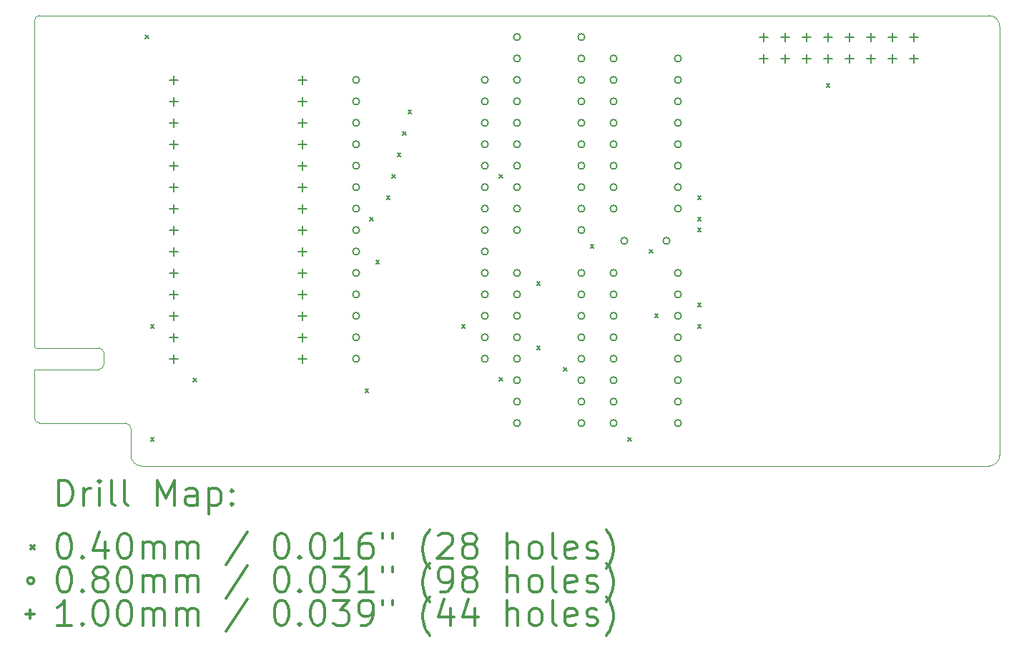
<source format=gbr>
%FSLAX45Y45*%
G04 Gerber Fmt 4.5, Leading zero omitted, Abs format (unit mm)*
G04 Created by KiCad (PCBNEW (5.1.2-1)-1) date 2023-07-30 19:28:52*
%MOMM*%
%LPD*%
G04 APERTURE LIST*
%ADD10C,0.050000*%
%ADD11C,0.200000*%
%ADD12C,0.300000*%
G04 APERTURE END LIST*
D10*
X5207000Y-11709400D02*
G75*
G02X5232400Y-11684000I25400J0D01*
G01*
X5232400Y-11430000D02*
G75*
G02X5207000Y-11404600I0J25400D01*
G01*
X6032500Y-11620500D02*
X6032500Y-11493500D01*
X6032500Y-11620500D02*
G75*
G02X5969000Y-11684000I-63500J0D01*
G01*
X5969000Y-11430000D02*
G75*
G02X6032500Y-11493500I0J-63500D01*
G01*
X5270500Y-12319000D02*
X6286500Y-12319000D01*
X5270500Y-12319000D02*
G75*
G02X5207000Y-12255500I0J63500D01*
G01*
X5207000Y-11709400D02*
X5207000Y-12255500D01*
X5969000Y-11684000D02*
X5232400Y-11684000D01*
X5232400Y-11430000D02*
X5969000Y-11430000D01*
X5207000Y-7556500D02*
X5207000Y-11404600D01*
X5207000Y-7556500D02*
G75*
G02X5270500Y-7493000I63500J0D01*
G01*
X6096000Y-7493000D02*
X5270500Y-7493000D01*
X16637000Y-12700000D02*
G75*
G02X16510000Y-12827000I-127000J0D01*
G01*
X16637000Y-12700000D02*
X16637000Y-7620000D01*
X6477000Y-12827000D02*
X16510000Y-12827000D01*
X6477000Y-12827000D02*
G75*
G02X6350000Y-12700000I0J127000D01*
G01*
X6350000Y-12382500D02*
X6350000Y-12700000D01*
X6286500Y-12319000D02*
G75*
G02X6350000Y-12382500I0J-63500D01*
G01*
X16510000Y-7493000D02*
G75*
G02X16637000Y-7620000I0J-127000D01*
G01*
X6096000Y-7493000D02*
X16510000Y-7493000D01*
D11*
X6520500Y-7727000D02*
X6560500Y-7767000D01*
X6560500Y-7727000D02*
X6520500Y-7767000D01*
X6584000Y-11156000D02*
X6624000Y-11196000D01*
X6624000Y-11156000D02*
X6584000Y-11196000D01*
X6584000Y-12489500D02*
X6624000Y-12529500D01*
X6624000Y-12489500D02*
X6584000Y-12529500D01*
X7090000Y-11789000D02*
X7130000Y-11829000D01*
X7130000Y-11789000D02*
X7090000Y-11829000D01*
X9124000Y-11918000D02*
X9164000Y-11958000D01*
X9164000Y-11918000D02*
X9124000Y-11958000D01*
X9178500Y-9886000D02*
X9218500Y-9926000D01*
X9218500Y-9886000D02*
X9178500Y-9926000D01*
X9251000Y-10394000D02*
X9291000Y-10434000D01*
X9291000Y-10394000D02*
X9251000Y-10434000D01*
X9378000Y-9632000D02*
X9418000Y-9672000D01*
X9418000Y-9632000D02*
X9378000Y-9672000D01*
X9441500Y-9378000D02*
X9481500Y-9418000D01*
X9481500Y-9378000D02*
X9441500Y-9418000D01*
X9505000Y-9124000D02*
X9545000Y-9164000D01*
X9545000Y-9124000D02*
X9505000Y-9164000D01*
X9568500Y-8870000D02*
X9608500Y-8910000D01*
X9608500Y-8870000D02*
X9568500Y-8910000D01*
X9632000Y-8616000D02*
X9672000Y-8656000D01*
X9672000Y-8616000D02*
X9632000Y-8656000D01*
X10267000Y-11156000D02*
X10307000Y-11196000D01*
X10307000Y-11156000D02*
X10267000Y-11196000D01*
X10711500Y-9378000D02*
X10751500Y-9418000D01*
X10751500Y-9378000D02*
X10711500Y-9418000D01*
X10711500Y-11782000D02*
X10751500Y-11822000D01*
X10751500Y-11782000D02*
X10711500Y-11822000D01*
X11156000Y-10648000D02*
X11196000Y-10688000D01*
X11196000Y-10648000D02*
X11156000Y-10688000D01*
X11156000Y-11410000D02*
X11196000Y-11450000D01*
X11196000Y-11410000D02*
X11156000Y-11450000D01*
X11473500Y-11664000D02*
X11513500Y-11704000D01*
X11513500Y-11664000D02*
X11473500Y-11704000D01*
X11791000Y-10203500D02*
X11831000Y-10243500D01*
X11831000Y-10203500D02*
X11791000Y-10243500D01*
X12235500Y-12489500D02*
X12275500Y-12529500D01*
X12275500Y-12489500D02*
X12235500Y-12529500D01*
X12489500Y-10267000D02*
X12529500Y-10307000D01*
X12529500Y-10267000D02*
X12489500Y-10307000D01*
X12553000Y-11029000D02*
X12593000Y-11069000D01*
X12593000Y-11029000D02*
X12553000Y-11069000D01*
X13061000Y-9632000D02*
X13101000Y-9672000D01*
X13101000Y-9632000D02*
X13061000Y-9672000D01*
X13061000Y-9886000D02*
X13101000Y-9926000D01*
X13101000Y-9886000D02*
X13061000Y-9926000D01*
X13061000Y-10013000D02*
X13101000Y-10053000D01*
X13101000Y-10013000D02*
X13061000Y-10053000D01*
X13061000Y-10902000D02*
X13101000Y-10942000D01*
X13101000Y-10902000D02*
X13061000Y-10942000D01*
X13061000Y-11156000D02*
X13101000Y-11196000D01*
X13101000Y-11156000D02*
X13061000Y-11196000D01*
X14585000Y-8298500D02*
X14625000Y-8338500D01*
X14625000Y-8298500D02*
X14585000Y-8338500D01*
X12105000Y-10541000D02*
G75*
G03X12105000Y-10541000I-40000J0D01*
G01*
X12105000Y-10795000D02*
G75*
G03X12105000Y-10795000I-40000J0D01*
G01*
X12105000Y-11049000D02*
G75*
G03X12105000Y-11049000I-40000J0D01*
G01*
X12105000Y-11303000D02*
G75*
G03X12105000Y-11303000I-40000J0D01*
G01*
X12105000Y-11557000D02*
G75*
G03X12105000Y-11557000I-40000J0D01*
G01*
X12105000Y-11811000D02*
G75*
G03X12105000Y-11811000I-40000J0D01*
G01*
X12105000Y-12065000D02*
G75*
G03X12105000Y-12065000I-40000J0D01*
G01*
X12105000Y-12319000D02*
G75*
G03X12105000Y-12319000I-40000J0D01*
G01*
X12867000Y-10541000D02*
G75*
G03X12867000Y-10541000I-40000J0D01*
G01*
X12867000Y-10795000D02*
G75*
G03X12867000Y-10795000I-40000J0D01*
G01*
X12867000Y-11049000D02*
G75*
G03X12867000Y-11049000I-40000J0D01*
G01*
X12867000Y-11303000D02*
G75*
G03X12867000Y-11303000I-40000J0D01*
G01*
X12867000Y-11557000D02*
G75*
G03X12867000Y-11557000I-40000J0D01*
G01*
X12867000Y-11811000D02*
G75*
G03X12867000Y-11811000I-40000J0D01*
G01*
X12867000Y-12065000D02*
G75*
G03X12867000Y-12065000I-40000J0D01*
G01*
X12867000Y-12319000D02*
G75*
G03X12867000Y-12319000I-40000J0D01*
G01*
X10962000Y-10541000D02*
G75*
G03X10962000Y-10541000I-40000J0D01*
G01*
X10962000Y-10795000D02*
G75*
G03X10962000Y-10795000I-40000J0D01*
G01*
X10962000Y-11049000D02*
G75*
G03X10962000Y-11049000I-40000J0D01*
G01*
X10962000Y-11303000D02*
G75*
G03X10962000Y-11303000I-40000J0D01*
G01*
X10962000Y-11557000D02*
G75*
G03X10962000Y-11557000I-40000J0D01*
G01*
X10962000Y-11811000D02*
G75*
G03X10962000Y-11811000I-40000J0D01*
G01*
X10962000Y-12065000D02*
G75*
G03X10962000Y-12065000I-40000J0D01*
G01*
X10962000Y-12319000D02*
G75*
G03X10962000Y-12319000I-40000J0D01*
G01*
X11724000Y-10541000D02*
G75*
G03X11724000Y-10541000I-40000J0D01*
G01*
X11724000Y-10795000D02*
G75*
G03X11724000Y-10795000I-40000J0D01*
G01*
X11724000Y-11049000D02*
G75*
G03X11724000Y-11049000I-40000J0D01*
G01*
X11724000Y-11303000D02*
G75*
G03X11724000Y-11303000I-40000J0D01*
G01*
X11724000Y-11557000D02*
G75*
G03X11724000Y-11557000I-40000J0D01*
G01*
X11724000Y-11811000D02*
G75*
G03X11724000Y-11811000I-40000J0D01*
G01*
X11724000Y-12065000D02*
G75*
G03X11724000Y-12065000I-40000J0D01*
G01*
X11724000Y-12319000D02*
G75*
G03X11724000Y-12319000I-40000J0D01*
G01*
X12232000Y-10160000D02*
G75*
G03X12232000Y-10160000I-40000J0D01*
G01*
X12732000Y-10160000D02*
G75*
G03X12732000Y-10160000I-40000J0D01*
G01*
X9057000Y-8255000D02*
G75*
G03X9057000Y-8255000I-40000J0D01*
G01*
X9057000Y-8509000D02*
G75*
G03X9057000Y-8509000I-40000J0D01*
G01*
X9057000Y-8763000D02*
G75*
G03X9057000Y-8763000I-40000J0D01*
G01*
X9057000Y-9017000D02*
G75*
G03X9057000Y-9017000I-40000J0D01*
G01*
X9057000Y-9271000D02*
G75*
G03X9057000Y-9271000I-40000J0D01*
G01*
X9057000Y-9525000D02*
G75*
G03X9057000Y-9525000I-40000J0D01*
G01*
X9057000Y-9779000D02*
G75*
G03X9057000Y-9779000I-40000J0D01*
G01*
X9057000Y-10033000D02*
G75*
G03X9057000Y-10033000I-40000J0D01*
G01*
X9057000Y-10287000D02*
G75*
G03X9057000Y-10287000I-40000J0D01*
G01*
X9057000Y-10541000D02*
G75*
G03X9057000Y-10541000I-40000J0D01*
G01*
X9057000Y-10795000D02*
G75*
G03X9057000Y-10795000I-40000J0D01*
G01*
X9057000Y-11049000D02*
G75*
G03X9057000Y-11049000I-40000J0D01*
G01*
X9057000Y-11303000D02*
G75*
G03X9057000Y-11303000I-40000J0D01*
G01*
X9057000Y-11557000D02*
G75*
G03X9057000Y-11557000I-40000J0D01*
G01*
X10581000Y-8255000D02*
G75*
G03X10581000Y-8255000I-40000J0D01*
G01*
X10581000Y-8509000D02*
G75*
G03X10581000Y-8509000I-40000J0D01*
G01*
X10581000Y-8763000D02*
G75*
G03X10581000Y-8763000I-40000J0D01*
G01*
X10581000Y-9017000D02*
G75*
G03X10581000Y-9017000I-40000J0D01*
G01*
X10581000Y-9271000D02*
G75*
G03X10581000Y-9271000I-40000J0D01*
G01*
X10581000Y-9525000D02*
G75*
G03X10581000Y-9525000I-40000J0D01*
G01*
X10581000Y-9779000D02*
G75*
G03X10581000Y-9779000I-40000J0D01*
G01*
X10581000Y-10033000D02*
G75*
G03X10581000Y-10033000I-40000J0D01*
G01*
X10581000Y-10287000D02*
G75*
G03X10581000Y-10287000I-40000J0D01*
G01*
X10581000Y-10541000D02*
G75*
G03X10581000Y-10541000I-40000J0D01*
G01*
X10581000Y-10795000D02*
G75*
G03X10581000Y-10795000I-40000J0D01*
G01*
X10581000Y-11049000D02*
G75*
G03X10581000Y-11049000I-40000J0D01*
G01*
X10581000Y-11303000D02*
G75*
G03X10581000Y-11303000I-40000J0D01*
G01*
X10581000Y-11557000D02*
G75*
G03X10581000Y-11557000I-40000J0D01*
G01*
X12105000Y-8001000D02*
G75*
G03X12105000Y-8001000I-40000J0D01*
G01*
X12105000Y-8255000D02*
G75*
G03X12105000Y-8255000I-40000J0D01*
G01*
X12105000Y-8509000D02*
G75*
G03X12105000Y-8509000I-40000J0D01*
G01*
X12105000Y-8763000D02*
G75*
G03X12105000Y-8763000I-40000J0D01*
G01*
X12105000Y-9017000D02*
G75*
G03X12105000Y-9017000I-40000J0D01*
G01*
X12105000Y-9271000D02*
G75*
G03X12105000Y-9271000I-40000J0D01*
G01*
X12105000Y-9525000D02*
G75*
G03X12105000Y-9525000I-40000J0D01*
G01*
X12105000Y-9779000D02*
G75*
G03X12105000Y-9779000I-40000J0D01*
G01*
X12867000Y-8001000D02*
G75*
G03X12867000Y-8001000I-40000J0D01*
G01*
X12867000Y-8255000D02*
G75*
G03X12867000Y-8255000I-40000J0D01*
G01*
X12867000Y-8509000D02*
G75*
G03X12867000Y-8509000I-40000J0D01*
G01*
X12867000Y-8763000D02*
G75*
G03X12867000Y-8763000I-40000J0D01*
G01*
X12867000Y-9017000D02*
G75*
G03X12867000Y-9017000I-40000J0D01*
G01*
X12867000Y-9271000D02*
G75*
G03X12867000Y-9271000I-40000J0D01*
G01*
X12867000Y-9525000D02*
G75*
G03X12867000Y-9525000I-40000J0D01*
G01*
X12867000Y-9779000D02*
G75*
G03X12867000Y-9779000I-40000J0D01*
G01*
X10962000Y-7747000D02*
G75*
G03X10962000Y-7747000I-40000J0D01*
G01*
X10962000Y-8001000D02*
G75*
G03X10962000Y-8001000I-40000J0D01*
G01*
X10962000Y-8255000D02*
G75*
G03X10962000Y-8255000I-40000J0D01*
G01*
X10962000Y-8509000D02*
G75*
G03X10962000Y-8509000I-40000J0D01*
G01*
X10962000Y-8763000D02*
G75*
G03X10962000Y-8763000I-40000J0D01*
G01*
X10962000Y-9017000D02*
G75*
G03X10962000Y-9017000I-40000J0D01*
G01*
X10962000Y-9271000D02*
G75*
G03X10962000Y-9271000I-40000J0D01*
G01*
X10962000Y-9525000D02*
G75*
G03X10962000Y-9525000I-40000J0D01*
G01*
X10962000Y-9779000D02*
G75*
G03X10962000Y-9779000I-40000J0D01*
G01*
X10962000Y-10033000D02*
G75*
G03X10962000Y-10033000I-40000J0D01*
G01*
X11724000Y-7747000D02*
G75*
G03X11724000Y-7747000I-40000J0D01*
G01*
X11724000Y-8001000D02*
G75*
G03X11724000Y-8001000I-40000J0D01*
G01*
X11724000Y-8255000D02*
G75*
G03X11724000Y-8255000I-40000J0D01*
G01*
X11724000Y-8509000D02*
G75*
G03X11724000Y-8509000I-40000J0D01*
G01*
X11724000Y-8763000D02*
G75*
G03X11724000Y-8763000I-40000J0D01*
G01*
X11724000Y-9017000D02*
G75*
G03X11724000Y-9017000I-40000J0D01*
G01*
X11724000Y-9271000D02*
G75*
G03X11724000Y-9271000I-40000J0D01*
G01*
X11724000Y-9525000D02*
G75*
G03X11724000Y-9525000I-40000J0D01*
G01*
X11724000Y-9779000D02*
G75*
G03X11724000Y-9779000I-40000J0D01*
G01*
X11724000Y-10033000D02*
G75*
G03X11724000Y-10033000I-40000J0D01*
G01*
X13843000Y-7697000D02*
X13843000Y-7797000D01*
X13793000Y-7747000D02*
X13893000Y-7747000D01*
X13843000Y-7951000D02*
X13843000Y-8051000D01*
X13793000Y-8001000D02*
X13893000Y-8001000D01*
X14097000Y-7697000D02*
X14097000Y-7797000D01*
X14047000Y-7747000D02*
X14147000Y-7747000D01*
X14097000Y-7951000D02*
X14097000Y-8051000D01*
X14047000Y-8001000D02*
X14147000Y-8001000D01*
X14351000Y-7697000D02*
X14351000Y-7797000D01*
X14301000Y-7747000D02*
X14401000Y-7747000D01*
X14351000Y-7951000D02*
X14351000Y-8051000D01*
X14301000Y-8001000D02*
X14401000Y-8001000D01*
X14605000Y-7697000D02*
X14605000Y-7797000D01*
X14555000Y-7747000D02*
X14655000Y-7747000D01*
X14605000Y-7951000D02*
X14605000Y-8051000D01*
X14555000Y-8001000D02*
X14655000Y-8001000D01*
X14859000Y-7697000D02*
X14859000Y-7797000D01*
X14809000Y-7747000D02*
X14909000Y-7747000D01*
X14859000Y-7951000D02*
X14859000Y-8051000D01*
X14809000Y-8001000D02*
X14909000Y-8001000D01*
X15113000Y-7697000D02*
X15113000Y-7797000D01*
X15063000Y-7747000D02*
X15163000Y-7747000D01*
X15113000Y-7951000D02*
X15113000Y-8051000D01*
X15063000Y-8001000D02*
X15163000Y-8001000D01*
X15367000Y-7697000D02*
X15367000Y-7797000D01*
X15317000Y-7747000D02*
X15417000Y-7747000D01*
X15367000Y-7951000D02*
X15367000Y-8051000D01*
X15317000Y-8001000D02*
X15417000Y-8001000D01*
X15621000Y-7697000D02*
X15621000Y-7797000D01*
X15571000Y-7747000D02*
X15671000Y-7747000D01*
X15621000Y-7951000D02*
X15621000Y-8051000D01*
X15571000Y-8001000D02*
X15671000Y-8001000D01*
X6858000Y-8205000D02*
X6858000Y-8305000D01*
X6808000Y-8255000D02*
X6908000Y-8255000D01*
X6858000Y-8459000D02*
X6858000Y-8559000D01*
X6808000Y-8509000D02*
X6908000Y-8509000D01*
X6858000Y-8713000D02*
X6858000Y-8813000D01*
X6808000Y-8763000D02*
X6908000Y-8763000D01*
X6858000Y-8967000D02*
X6858000Y-9067000D01*
X6808000Y-9017000D02*
X6908000Y-9017000D01*
X6858000Y-9221000D02*
X6858000Y-9321000D01*
X6808000Y-9271000D02*
X6908000Y-9271000D01*
X6858000Y-9475000D02*
X6858000Y-9575000D01*
X6808000Y-9525000D02*
X6908000Y-9525000D01*
X6858000Y-9729000D02*
X6858000Y-9829000D01*
X6808000Y-9779000D02*
X6908000Y-9779000D01*
X6858000Y-9983000D02*
X6858000Y-10083000D01*
X6808000Y-10033000D02*
X6908000Y-10033000D01*
X6858000Y-10237000D02*
X6858000Y-10337000D01*
X6808000Y-10287000D02*
X6908000Y-10287000D01*
X6858000Y-10491000D02*
X6858000Y-10591000D01*
X6808000Y-10541000D02*
X6908000Y-10541000D01*
X6858000Y-10745000D02*
X6858000Y-10845000D01*
X6808000Y-10795000D02*
X6908000Y-10795000D01*
X6858000Y-10999000D02*
X6858000Y-11099000D01*
X6808000Y-11049000D02*
X6908000Y-11049000D01*
X6858000Y-11253000D02*
X6858000Y-11353000D01*
X6808000Y-11303000D02*
X6908000Y-11303000D01*
X6858000Y-11507000D02*
X6858000Y-11607000D01*
X6808000Y-11557000D02*
X6908000Y-11557000D01*
X8382000Y-8205000D02*
X8382000Y-8305000D01*
X8332000Y-8255000D02*
X8432000Y-8255000D01*
X8382000Y-8459000D02*
X8382000Y-8559000D01*
X8332000Y-8509000D02*
X8432000Y-8509000D01*
X8382000Y-8713000D02*
X8382000Y-8813000D01*
X8332000Y-8763000D02*
X8432000Y-8763000D01*
X8382000Y-8967000D02*
X8382000Y-9067000D01*
X8332000Y-9017000D02*
X8432000Y-9017000D01*
X8382000Y-9221000D02*
X8382000Y-9321000D01*
X8332000Y-9271000D02*
X8432000Y-9271000D01*
X8382000Y-9475000D02*
X8382000Y-9575000D01*
X8332000Y-9525000D02*
X8432000Y-9525000D01*
X8382000Y-9729000D02*
X8382000Y-9829000D01*
X8332000Y-9779000D02*
X8432000Y-9779000D01*
X8382000Y-9983000D02*
X8382000Y-10083000D01*
X8332000Y-10033000D02*
X8432000Y-10033000D01*
X8382000Y-10237000D02*
X8382000Y-10337000D01*
X8332000Y-10287000D02*
X8432000Y-10287000D01*
X8382000Y-10491000D02*
X8382000Y-10591000D01*
X8332000Y-10541000D02*
X8432000Y-10541000D01*
X8382000Y-10745000D02*
X8382000Y-10845000D01*
X8332000Y-10795000D02*
X8432000Y-10795000D01*
X8382000Y-10999000D02*
X8382000Y-11099000D01*
X8332000Y-11049000D02*
X8432000Y-11049000D01*
X8382000Y-11253000D02*
X8382000Y-11353000D01*
X8332000Y-11303000D02*
X8432000Y-11303000D01*
X8382000Y-11507000D02*
X8382000Y-11607000D01*
X8332000Y-11557000D02*
X8432000Y-11557000D01*
D12*
X5490928Y-13295214D02*
X5490928Y-12995214D01*
X5562357Y-12995214D01*
X5605214Y-13009500D01*
X5633786Y-13038071D01*
X5648071Y-13066643D01*
X5662357Y-13123786D01*
X5662357Y-13166643D01*
X5648071Y-13223786D01*
X5633786Y-13252357D01*
X5605214Y-13280929D01*
X5562357Y-13295214D01*
X5490928Y-13295214D01*
X5790928Y-13295214D02*
X5790928Y-13095214D01*
X5790928Y-13152357D02*
X5805214Y-13123786D01*
X5819500Y-13109500D01*
X5848071Y-13095214D01*
X5876643Y-13095214D01*
X5976643Y-13295214D02*
X5976643Y-13095214D01*
X5976643Y-12995214D02*
X5962357Y-13009500D01*
X5976643Y-13023786D01*
X5990928Y-13009500D01*
X5976643Y-12995214D01*
X5976643Y-13023786D01*
X6162357Y-13295214D02*
X6133786Y-13280929D01*
X6119500Y-13252357D01*
X6119500Y-12995214D01*
X6319500Y-13295214D02*
X6290928Y-13280929D01*
X6276643Y-13252357D01*
X6276643Y-12995214D01*
X6662357Y-13295214D02*
X6662357Y-12995214D01*
X6762357Y-13209500D01*
X6862357Y-12995214D01*
X6862357Y-13295214D01*
X7133786Y-13295214D02*
X7133786Y-13138071D01*
X7119500Y-13109500D01*
X7090928Y-13095214D01*
X7033786Y-13095214D01*
X7005214Y-13109500D01*
X7133786Y-13280929D02*
X7105214Y-13295214D01*
X7033786Y-13295214D01*
X7005214Y-13280929D01*
X6990928Y-13252357D01*
X6990928Y-13223786D01*
X7005214Y-13195214D01*
X7033786Y-13180929D01*
X7105214Y-13180929D01*
X7133786Y-13166643D01*
X7276643Y-13095214D02*
X7276643Y-13395214D01*
X7276643Y-13109500D02*
X7305214Y-13095214D01*
X7362357Y-13095214D01*
X7390928Y-13109500D01*
X7405214Y-13123786D01*
X7419500Y-13152357D01*
X7419500Y-13238071D01*
X7405214Y-13266643D01*
X7390928Y-13280929D01*
X7362357Y-13295214D01*
X7305214Y-13295214D01*
X7276643Y-13280929D01*
X7548071Y-13266643D02*
X7562357Y-13280929D01*
X7548071Y-13295214D01*
X7533786Y-13280929D01*
X7548071Y-13266643D01*
X7548071Y-13295214D01*
X7548071Y-13109500D02*
X7562357Y-13123786D01*
X7548071Y-13138071D01*
X7533786Y-13123786D01*
X7548071Y-13109500D01*
X7548071Y-13138071D01*
X5164500Y-13769500D02*
X5204500Y-13809500D01*
X5204500Y-13769500D02*
X5164500Y-13809500D01*
X5548071Y-13625214D02*
X5576643Y-13625214D01*
X5605214Y-13639500D01*
X5619500Y-13653786D01*
X5633786Y-13682357D01*
X5648071Y-13739500D01*
X5648071Y-13810929D01*
X5633786Y-13868071D01*
X5619500Y-13896643D01*
X5605214Y-13910929D01*
X5576643Y-13925214D01*
X5548071Y-13925214D01*
X5519500Y-13910929D01*
X5505214Y-13896643D01*
X5490928Y-13868071D01*
X5476643Y-13810929D01*
X5476643Y-13739500D01*
X5490928Y-13682357D01*
X5505214Y-13653786D01*
X5519500Y-13639500D01*
X5548071Y-13625214D01*
X5776643Y-13896643D02*
X5790928Y-13910929D01*
X5776643Y-13925214D01*
X5762357Y-13910929D01*
X5776643Y-13896643D01*
X5776643Y-13925214D01*
X6048071Y-13725214D02*
X6048071Y-13925214D01*
X5976643Y-13610929D02*
X5905214Y-13825214D01*
X6090928Y-13825214D01*
X6262357Y-13625214D02*
X6290928Y-13625214D01*
X6319500Y-13639500D01*
X6333786Y-13653786D01*
X6348071Y-13682357D01*
X6362357Y-13739500D01*
X6362357Y-13810929D01*
X6348071Y-13868071D01*
X6333786Y-13896643D01*
X6319500Y-13910929D01*
X6290928Y-13925214D01*
X6262357Y-13925214D01*
X6233786Y-13910929D01*
X6219500Y-13896643D01*
X6205214Y-13868071D01*
X6190928Y-13810929D01*
X6190928Y-13739500D01*
X6205214Y-13682357D01*
X6219500Y-13653786D01*
X6233786Y-13639500D01*
X6262357Y-13625214D01*
X6490928Y-13925214D02*
X6490928Y-13725214D01*
X6490928Y-13753786D02*
X6505214Y-13739500D01*
X6533786Y-13725214D01*
X6576643Y-13725214D01*
X6605214Y-13739500D01*
X6619500Y-13768071D01*
X6619500Y-13925214D01*
X6619500Y-13768071D02*
X6633786Y-13739500D01*
X6662357Y-13725214D01*
X6705214Y-13725214D01*
X6733786Y-13739500D01*
X6748071Y-13768071D01*
X6748071Y-13925214D01*
X6890928Y-13925214D02*
X6890928Y-13725214D01*
X6890928Y-13753786D02*
X6905214Y-13739500D01*
X6933786Y-13725214D01*
X6976643Y-13725214D01*
X7005214Y-13739500D01*
X7019500Y-13768071D01*
X7019500Y-13925214D01*
X7019500Y-13768071D02*
X7033786Y-13739500D01*
X7062357Y-13725214D01*
X7105214Y-13725214D01*
X7133786Y-13739500D01*
X7148071Y-13768071D01*
X7148071Y-13925214D01*
X7733786Y-13610929D02*
X7476643Y-13996643D01*
X8119500Y-13625214D02*
X8148071Y-13625214D01*
X8176643Y-13639500D01*
X8190928Y-13653786D01*
X8205214Y-13682357D01*
X8219500Y-13739500D01*
X8219500Y-13810929D01*
X8205214Y-13868071D01*
X8190928Y-13896643D01*
X8176643Y-13910929D01*
X8148071Y-13925214D01*
X8119500Y-13925214D01*
X8090928Y-13910929D01*
X8076643Y-13896643D01*
X8062357Y-13868071D01*
X8048071Y-13810929D01*
X8048071Y-13739500D01*
X8062357Y-13682357D01*
X8076643Y-13653786D01*
X8090928Y-13639500D01*
X8119500Y-13625214D01*
X8348071Y-13896643D02*
X8362357Y-13910929D01*
X8348071Y-13925214D01*
X8333786Y-13910929D01*
X8348071Y-13896643D01*
X8348071Y-13925214D01*
X8548071Y-13625214D02*
X8576643Y-13625214D01*
X8605214Y-13639500D01*
X8619500Y-13653786D01*
X8633786Y-13682357D01*
X8648071Y-13739500D01*
X8648071Y-13810929D01*
X8633786Y-13868071D01*
X8619500Y-13896643D01*
X8605214Y-13910929D01*
X8576643Y-13925214D01*
X8548071Y-13925214D01*
X8519500Y-13910929D01*
X8505214Y-13896643D01*
X8490928Y-13868071D01*
X8476643Y-13810929D01*
X8476643Y-13739500D01*
X8490928Y-13682357D01*
X8505214Y-13653786D01*
X8519500Y-13639500D01*
X8548071Y-13625214D01*
X8933786Y-13925214D02*
X8762357Y-13925214D01*
X8848071Y-13925214D02*
X8848071Y-13625214D01*
X8819500Y-13668071D01*
X8790928Y-13696643D01*
X8762357Y-13710929D01*
X9190928Y-13625214D02*
X9133786Y-13625214D01*
X9105214Y-13639500D01*
X9090928Y-13653786D01*
X9062357Y-13696643D01*
X9048071Y-13753786D01*
X9048071Y-13868071D01*
X9062357Y-13896643D01*
X9076643Y-13910929D01*
X9105214Y-13925214D01*
X9162357Y-13925214D01*
X9190928Y-13910929D01*
X9205214Y-13896643D01*
X9219500Y-13868071D01*
X9219500Y-13796643D01*
X9205214Y-13768071D01*
X9190928Y-13753786D01*
X9162357Y-13739500D01*
X9105214Y-13739500D01*
X9076643Y-13753786D01*
X9062357Y-13768071D01*
X9048071Y-13796643D01*
X9333786Y-13625214D02*
X9333786Y-13682357D01*
X9448071Y-13625214D02*
X9448071Y-13682357D01*
X9890928Y-14039500D02*
X9876643Y-14025214D01*
X9848071Y-13982357D01*
X9833786Y-13953786D01*
X9819500Y-13910929D01*
X9805214Y-13839500D01*
X9805214Y-13782357D01*
X9819500Y-13710929D01*
X9833786Y-13668071D01*
X9848071Y-13639500D01*
X9876643Y-13596643D01*
X9890928Y-13582357D01*
X9990928Y-13653786D02*
X10005214Y-13639500D01*
X10033786Y-13625214D01*
X10105214Y-13625214D01*
X10133786Y-13639500D01*
X10148071Y-13653786D01*
X10162357Y-13682357D01*
X10162357Y-13710929D01*
X10148071Y-13753786D01*
X9976643Y-13925214D01*
X10162357Y-13925214D01*
X10333786Y-13753786D02*
X10305214Y-13739500D01*
X10290928Y-13725214D01*
X10276643Y-13696643D01*
X10276643Y-13682357D01*
X10290928Y-13653786D01*
X10305214Y-13639500D01*
X10333786Y-13625214D01*
X10390928Y-13625214D01*
X10419500Y-13639500D01*
X10433786Y-13653786D01*
X10448071Y-13682357D01*
X10448071Y-13696643D01*
X10433786Y-13725214D01*
X10419500Y-13739500D01*
X10390928Y-13753786D01*
X10333786Y-13753786D01*
X10305214Y-13768071D01*
X10290928Y-13782357D01*
X10276643Y-13810929D01*
X10276643Y-13868071D01*
X10290928Y-13896643D01*
X10305214Y-13910929D01*
X10333786Y-13925214D01*
X10390928Y-13925214D01*
X10419500Y-13910929D01*
X10433786Y-13896643D01*
X10448071Y-13868071D01*
X10448071Y-13810929D01*
X10433786Y-13782357D01*
X10419500Y-13768071D01*
X10390928Y-13753786D01*
X10805214Y-13925214D02*
X10805214Y-13625214D01*
X10933786Y-13925214D02*
X10933786Y-13768071D01*
X10919500Y-13739500D01*
X10890928Y-13725214D01*
X10848071Y-13725214D01*
X10819500Y-13739500D01*
X10805214Y-13753786D01*
X11119500Y-13925214D02*
X11090928Y-13910929D01*
X11076643Y-13896643D01*
X11062357Y-13868071D01*
X11062357Y-13782357D01*
X11076643Y-13753786D01*
X11090928Y-13739500D01*
X11119500Y-13725214D01*
X11162357Y-13725214D01*
X11190928Y-13739500D01*
X11205214Y-13753786D01*
X11219500Y-13782357D01*
X11219500Y-13868071D01*
X11205214Y-13896643D01*
X11190928Y-13910929D01*
X11162357Y-13925214D01*
X11119500Y-13925214D01*
X11390928Y-13925214D02*
X11362357Y-13910929D01*
X11348071Y-13882357D01*
X11348071Y-13625214D01*
X11619500Y-13910929D02*
X11590928Y-13925214D01*
X11533786Y-13925214D01*
X11505214Y-13910929D01*
X11490928Y-13882357D01*
X11490928Y-13768071D01*
X11505214Y-13739500D01*
X11533786Y-13725214D01*
X11590928Y-13725214D01*
X11619500Y-13739500D01*
X11633786Y-13768071D01*
X11633786Y-13796643D01*
X11490928Y-13825214D01*
X11748071Y-13910929D02*
X11776643Y-13925214D01*
X11833786Y-13925214D01*
X11862357Y-13910929D01*
X11876643Y-13882357D01*
X11876643Y-13868071D01*
X11862357Y-13839500D01*
X11833786Y-13825214D01*
X11790928Y-13825214D01*
X11762357Y-13810929D01*
X11748071Y-13782357D01*
X11748071Y-13768071D01*
X11762357Y-13739500D01*
X11790928Y-13725214D01*
X11833786Y-13725214D01*
X11862357Y-13739500D01*
X11976643Y-14039500D02*
X11990928Y-14025214D01*
X12019500Y-13982357D01*
X12033786Y-13953786D01*
X12048071Y-13910929D01*
X12062357Y-13839500D01*
X12062357Y-13782357D01*
X12048071Y-13710929D01*
X12033786Y-13668071D01*
X12019500Y-13639500D01*
X11990928Y-13596643D01*
X11976643Y-13582357D01*
X5204500Y-14185500D02*
G75*
G03X5204500Y-14185500I-40000J0D01*
G01*
X5548071Y-14021214D02*
X5576643Y-14021214D01*
X5605214Y-14035500D01*
X5619500Y-14049786D01*
X5633786Y-14078357D01*
X5648071Y-14135500D01*
X5648071Y-14206929D01*
X5633786Y-14264071D01*
X5619500Y-14292643D01*
X5605214Y-14306929D01*
X5576643Y-14321214D01*
X5548071Y-14321214D01*
X5519500Y-14306929D01*
X5505214Y-14292643D01*
X5490928Y-14264071D01*
X5476643Y-14206929D01*
X5476643Y-14135500D01*
X5490928Y-14078357D01*
X5505214Y-14049786D01*
X5519500Y-14035500D01*
X5548071Y-14021214D01*
X5776643Y-14292643D02*
X5790928Y-14306929D01*
X5776643Y-14321214D01*
X5762357Y-14306929D01*
X5776643Y-14292643D01*
X5776643Y-14321214D01*
X5962357Y-14149786D02*
X5933786Y-14135500D01*
X5919500Y-14121214D01*
X5905214Y-14092643D01*
X5905214Y-14078357D01*
X5919500Y-14049786D01*
X5933786Y-14035500D01*
X5962357Y-14021214D01*
X6019500Y-14021214D01*
X6048071Y-14035500D01*
X6062357Y-14049786D01*
X6076643Y-14078357D01*
X6076643Y-14092643D01*
X6062357Y-14121214D01*
X6048071Y-14135500D01*
X6019500Y-14149786D01*
X5962357Y-14149786D01*
X5933786Y-14164071D01*
X5919500Y-14178357D01*
X5905214Y-14206929D01*
X5905214Y-14264071D01*
X5919500Y-14292643D01*
X5933786Y-14306929D01*
X5962357Y-14321214D01*
X6019500Y-14321214D01*
X6048071Y-14306929D01*
X6062357Y-14292643D01*
X6076643Y-14264071D01*
X6076643Y-14206929D01*
X6062357Y-14178357D01*
X6048071Y-14164071D01*
X6019500Y-14149786D01*
X6262357Y-14021214D02*
X6290928Y-14021214D01*
X6319500Y-14035500D01*
X6333786Y-14049786D01*
X6348071Y-14078357D01*
X6362357Y-14135500D01*
X6362357Y-14206929D01*
X6348071Y-14264071D01*
X6333786Y-14292643D01*
X6319500Y-14306929D01*
X6290928Y-14321214D01*
X6262357Y-14321214D01*
X6233786Y-14306929D01*
X6219500Y-14292643D01*
X6205214Y-14264071D01*
X6190928Y-14206929D01*
X6190928Y-14135500D01*
X6205214Y-14078357D01*
X6219500Y-14049786D01*
X6233786Y-14035500D01*
X6262357Y-14021214D01*
X6490928Y-14321214D02*
X6490928Y-14121214D01*
X6490928Y-14149786D02*
X6505214Y-14135500D01*
X6533786Y-14121214D01*
X6576643Y-14121214D01*
X6605214Y-14135500D01*
X6619500Y-14164071D01*
X6619500Y-14321214D01*
X6619500Y-14164071D02*
X6633786Y-14135500D01*
X6662357Y-14121214D01*
X6705214Y-14121214D01*
X6733786Y-14135500D01*
X6748071Y-14164071D01*
X6748071Y-14321214D01*
X6890928Y-14321214D02*
X6890928Y-14121214D01*
X6890928Y-14149786D02*
X6905214Y-14135500D01*
X6933786Y-14121214D01*
X6976643Y-14121214D01*
X7005214Y-14135500D01*
X7019500Y-14164071D01*
X7019500Y-14321214D01*
X7019500Y-14164071D02*
X7033786Y-14135500D01*
X7062357Y-14121214D01*
X7105214Y-14121214D01*
X7133786Y-14135500D01*
X7148071Y-14164071D01*
X7148071Y-14321214D01*
X7733786Y-14006929D02*
X7476643Y-14392643D01*
X8119500Y-14021214D02*
X8148071Y-14021214D01*
X8176643Y-14035500D01*
X8190928Y-14049786D01*
X8205214Y-14078357D01*
X8219500Y-14135500D01*
X8219500Y-14206929D01*
X8205214Y-14264071D01*
X8190928Y-14292643D01*
X8176643Y-14306929D01*
X8148071Y-14321214D01*
X8119500Y-14321214D01*
X8090928Y-14306929D01*
X8076643Y-14292643D01*
X8062357Y-14264071D01*
X8048071Y-14206929D01*
X8048071Y-14135500D01*
X8062357Y-14078357D01*
X8076643Y-14049786D01*
X8090928Y-14035500D01*
X8119500Y-14021214D01*
X8348071Y-14292643D02*
X8362357Y-14306929D01*
X8348071Y-14321214D01*
X8333786Y-14306929D01*
X8348071Y-14292643D01*
X8348071Y-14321214D01*
X8548071Y-14021214D02*
X8576643Y-14021214D01*
X8605214Y-14035500D01*
X8619500Y-14049786D01*
X8633786Y-14078357D01*
X8648071Y-14135500D01*
X8648071Y-14206929D01*
X8633786Y-14264071D01*
X8619500Y-14292643D01*
X8605214Y-14306929D01*
X8576643Y-14321214D01*
X8548071Y-14321214D01*
X8519500Y-14306929D01*
X8505214Y-14292643D01*
X8490928Y-14264071D01*
X8476643Y-14206929D01*
X8476643Y-14135500D01*
X8490928Y-14078357D01*
X8505214Y-14049786D01*
X8519500Y-14035500D01*
X8548071Y-14021214D01*
X8748071Y-14021214D02*
X8933786Y-14021214D01*
X8833786Y-14135500D01*
X8876643Y-14135500D01*
X8905214Y-14149786D01*
X8919500Y-14164071D01*
X8933786Y-14192643D01*
X8933786Y-14264071D01*
X8919500Y-14292643D01*
X8905214Y-14306929D01*
X8876643Y-14321214D01*
X8790928Y-14321214D01*
X8762357Y-14306929D01*
X8748071Y-14292643D01*
X9219500Y-14321214D02*
X9048071Y-14321214D01*
X9133786Y-14321214D02*
X9133786Y-14021214D01*
X9105214Y-14064071D01*
X9076643Y-14092643D01*
X9048071Y-14106929D01*
X9333786Y-14021214D02*
X9333786Y-14078357D01*
X9448071Y-14021214D02*
X9448071Y-14078357D01*
X9890928Y-14435500D02*
X9876643Y-14421214D01*
X9848071Y-14378357D01*
X9833786Y-14349786D01*
X9819500Y-14306929D01*
X9805214Y-14235500D01*
X9805214Y-14178357D01*
X9819500Y-14106929D01*
X9833786Y-14064071D01*
X9848071Y-14035500D01*
X9876643Y-13992643D01*
X9890928Y-13978357D01*
X10019500Y-14321214D02*
X10076643Y-14321214D01*
X10105214Y-14306929D01*
X10119500Y-14292643D01*
X10148071Y-14249786D01*
X10162357Y-14192643D01*
X10162357Y-14078357D01*
X10148071Y-14049786D01*
X10133786Y-14035500D01*
X10105214Y-14021214D01*
X10048071Y-14021214D01*
X10019500Y-14035500D01*
X10005214Y-14049786D01*
X9990928Y-14078357D01*
X9990928Y-14149786D01*
X10005214Y-14178357D01*
X10019500Y-14192643D01*
X10048071Y-14206929D01*
X10105214Y-14206929D01*
X10133786Y-14192643D01*
X10148071Y-14178357D01*
X10162357Y-14149786D01*
X10333786Y-14149786D02*
X10305214Y-14135500D01*
X10290928Y-14121214D01*
X10276643Y-14092643D01*
X10276643Y-14078357D01*
X10290928Y-14049786D01*
X10305214Y-14035500D01*
X10333786Y-14021214D01*
X10390928Y-14021214D01*
X10419500Y-14035500D01*
X10433786Y-14049786D01*
X10448071Y-14078357D01*
X10448071Y-14092643D01*
X10433786Y-14121214D01*
X10419500Y-14135500D01*
X10390928Y-14149786D01*
X10333786Y-14149786D01*
X10305214Y-14164071D01*
X10290928Y-14178357D01*
X10276643Y-14206929D01*
X10276643Y-14264071D01*
X10290928Y-14292643D01*
X10305214Y-14306929D01*
X10333786Y-14321214D01*
X10390928Y-14321214D01*
X10419500Y-14306929D01*
X10433786Y-14292643D01*
X10448071Y-14264071D01*
X10448071Y-14206929D01*
X10433786Y-14178357D01*
X10419500Y-14164071D01*
X10390928Y-14149786D01*
X10805214Y-14321214D02*
X10805214Y-14021214D01*
X10933786Y-14321214D02*
X10933786Y-14164071D01*
X10919500Y-14135500D01*
X10890928Y-14121214D01*
X10848071Y-14121214D01*
X10819500Y-14135500D01*
X10805214Y-14149786D01*
X11119500Y-14321214D02*
X11090928Y-14306929D01*
X11076643Y-14292643D01*
X11062357Y-14264071D01*
X11062357Y-14178357D01*
X11076643Y-14149786D01*
X11090928Y-14135500D01*
X11119500Y-14121214D01*
X11162357Y-14121214D01*
X11190928Y-14135500D01*
X11205214Y-14149786D01*
X11219500Y-14178357D01*
X11219500Y-14264071D01*
X11205214Y-14292643D01*
X11190928Y-14306929D01*
X11162357Y-14321214D01*
X11119500Y-14321214D01*
X11390928Y-14321214D02*
X11362357Y-14306929D01*
X11348071Y-14278357D01*
X11348071Y-14021214D01*
X11619500Y-14306929D02*
X11590928Y-14321214D01*
X11533786Y-14321214D01*
X11505214Y-14306929D01*
X11490928Y-14278357D01*
X11490928Y-14164071D01*
X11505214Y-14135500D01*
X11533786Y-14121214D01*
X11590928Y-14121214D01*
X11619500Y-14135500D01*
X11633786Y-14164071D01*
X11633786Y-14192643D01*
X11490928Y-14221214D01*
X11748071Y-14306929D02*
X11776643Y-14321214D01*
X11833786Y-14321214D01*
X11862357Y-14306929D01*
X11876643Y-14278357D01*
X11876643Y-14264071D01*
X11862357Y-14235500D01*
X11833786Y-14221214D01*
X11790928Y-14221214D01*
X11762357Y-14206929D01*
X11748071Y-14178357D01*
X11748071Y-14164071D01*
X11762357Y-14135500D01*
X11790928Y-14121214D01*
X11833786Y-14121214D01*
X11862357Y-14135500D01*
X11976643Y-14435500D02*
X11990928Y-14421214D01*
X12019500Y-14378357D01*
X12033786Y-14349786D01*
X12048071Y-14306929D01*
X12062357Y-14235500D01*
X12062357Y-14178357D01*
X12048071Y-14106929D01*
X12033786Y-14064071D01*
X12019500Y-14035500D01*
X11990928Y-13992643D01*
X11976643Y-13978357D01*
X5154500Y-14531500D02*
X5154500Y-14631500D01*
X5104500Y-14581500D02*
X5204500Y-14581500D01*
X5648071Y-14717214D02*
X5476643Y-14717214D01*
X5562357Y-14717214D02*
X5562357Y-14417214D01*
X5533786Y-14460071D01*
X5505214Y-14488643D01*
X5476643Y-14502929D01*
X5776643Y-14688643D02*
X5790928Y-14702929D01*
X5776643Y-14717214D01*
X5762357Y-14702929D01*
X5776643Y-14688643D01*
X5776643Y-14717214D01*
X5976643Y-14417214D02*
X6005214Y-14417214D01*
X6033786Y-14431500D01*
X6048071Y-14445786D01*
X6062357Y-14474357D01*
X6076643Y-14531500D01*
X6076643Y-14602929D01*
X6062357Y-14660071D01*
X6048071Y-14688643D01*
X6033786Y-14702929D01*
X6005214Y-14717214D01*
X5976643Y-14717214D01*
X5948071Y-14702929D01*
X5933786Y-14688643D01*
X5919500Y-14660071D01*
X5905214Y-14602929D01*
X5905214Y-14531500D01*
X5919500Y-14474357D01*
X5933786Y-14445786D01*
X5948071Y-14431500D01*
X5976643Y-14417214D01*
X6262357Y-14417214D02*
X6290928Y-14417214D01*
X6319500Y-14431500D01*
X6333786Y-14445786D01*
X6348071Y-14474357D01*
X6362357Y-14531500D01*
X6362357Y-14602929D01*
X6348071Y-14660071D01*
X6333786Y-14688643D01*
X6319500Y-14702929D01*
X6290928Y-14717214D01*
X6262357Y-14717214D01*
X6233786Y-14702929D01*
X6219500Y-14688643D01*
X6205214Y-14660071D01*
X6190928Y-14602929D01*
X6190928Y-14531500D01*
X6205214Y-14474357D01*
X6219500Y-14445786D01*
X6233786Y-14431500D01*
X6262357Y-14417214D01*
X6490928Y-14717214D02*
X6490928Y-14517214D01*
X6490928Y-14545786D02*
X6505214Y-14531500D01*
X6533786Y-14517214D01*
X6576643Y-14517214D01*
X6605214Y-14531500D01*
X6619500Y-14560071D01*
X6619500Y-14717214D01*
X6619500Y-14560071D02*
X6633786Y-14531500D01*
X6662357Y-14517214D01*
X6705214Y-14517214D01*
X6733786Y-14531500D01*
X6748071Y-14560071D01*
X6748071Y-14717214D01*
X6890928Y-14717214D02*
X6890928Y-14517214D01*
X6890928Y-14545786D02*
X6905214Y-14531500D01*
X6933786Y-14517214D01*
X6976643Y-14517214D01*
X7005214Y-14531500D01*
X7019500Y-14560071D01*
X7019500Y-14717214D01*
X7019500Y-14560071D02*
X7033786Y-14531500D01*
X7062357Y-14517214D01*
X7105214Y-14517214D01*
X7133786Y-14531500D01*
X7148071Y-14560071D01*
X7148071Y-14717214D01*
X7733786Y-14402929D02*
X7476643Y-14788643D01*
X8119500Y-14417214D02*
X8148071Y-14417214D01*
X8176643Y-14431500D01*
X8190928Y-14445786D01*
X8205214Y-14474357D01*
X8219500Y-14531500D01*
X8219500Y-14602929D01*
X8205214Y-14660071D01*
X8190928Y-14688643D01*
X8176643Y-14702929D01*
X8148071Y-14717214D01*
X8119500Y-14717214D01*
X8090928Y-14702929D01*
X8076643Y-14688643D01*
X8062357Y-14660071D01*
X8048071Y-14602929D01*
X8048071Y-14531500D01*
X8062357Y-14474357D01*
X8076643Y-14445786D01*
X8090928Y-14431500D01*
X8119500Y-14417214D01*
X8348071Y-14688643D02*
X8362357Y-14702929D01*
X8348071Y-14717214D01*
X8333786Y-14702929D01*
X8348071Y-14688643D01*
X8348071Y-14717214D01*
X8548071Y-14417214D02*
X8576643Y-14417214D01*
X8605214Y-14431500D01*
X8619500Y-14445786D01*
X8633786Y-14474357D01*
X8648071Y-14531500D01*
X8648071Y-14602929D01*
X8633786Y-14660071D01*
X8619500Y-14688643D01*
X8605214Y-14702929D01*
X8576643Y-14717214D01*
X8548071Y-14717214D01*
X8519500Y-14702929D01*
X8505214Y-14688643D01*
X8490928Y-14660071D01*
X8476643Y-14602929D01*
X8476643Y-14531500D01*
X8490928Y-14474357D01*
X8505214Y-14445786D01*
X8519500Y-14431500D01*
X8548071Y-14417214D01*
X8748071Y-14417214D02*
X8933786Y-14417214D01*
X8833786Y-14531500D01*
X8876643Y-14531500D01*
X8905214Y-14545786D01*
X8919500Y-14560071D01*
X8933786Y-14588643D01*
X8933786Y-14660071D01*
X8919500Y-14688643D01*
X8905214Y-14702929D01*
X8876643Y-14717214D01*
X8790928Y-14717214D01*
X8762357Y-14702929D01*
X8748071Y-14688643D01*
X9076643Y-14717214D02*
X9133786Y-14717214D01*
X9162357Y-14702929D01*
X9176643Y-14688643D01*
X9205214Y-14645786D01*
X9219500Y-14588643D01*
X9219500Y-14474357D01*
X9205214Y-14445786D01*
X9190928Y-14431500D01*
X9162357Y-14417214D01*
X9105214Y-14417214D01*
X9076643Y-14431500D01*
X9062357Y-14445786D01*
X9048071Y-14474357D01*
X9048071Y-14545786D01*
X9062357Y-14574357D01*
X9076643Y-14588643D01*
X9105214Y-14602929D01*
X9162357Y-14602929D01*
X9190928Y-14588643D01*
X9205214Y-14574357D01*
X9219500Y-14545786D01*
X9333786Y-14417214D02*
X9333786Y-14474357D01*
X9448071Y-14417214D02*
X9448071Y-14474357D01*
X9890928Y-14831500D02*
X9876643Y-14817214D01*
X9848071Y-14774357D01*
X9833786Y-14745786D01*
X9819500Y-14702929D01*
X9805214Y-14631500D01*
X9805214Y-14574357D01*
X9819500Y-14502929D01*
X9833786Y-14460071D01*
X9848071Y-14431500D01*
X9876643Y-14388643D01*
X9890928Y-14374357D01*
X10133786Y-14517214D02*
X10133786Y-14717214D01*
X10062357Y-14402929D02*
X9990928Y-14617214D01*
X10176643Y-14617214D01*
X10419500Y-14517214D02*
X10419500Y-14717214D01*
X10348071Y-14402929D02*
X10276643Y-14617214D01*
X10462357Y-14617214D01*
X10805214Y-14717214D02*
X10805214Y-14417214D01*
X10933786Y-14717214D02*
X10933786Y-14560071D01*
X10919500Y-14531500D01*
X10890928Y-14517214D01*
X10848071Y-14517214D01*
X10819500Y-14531500D01*
X10805214Y-14545786D01*
X11119500Y-14717214D02*
X11090928Y-14702929D01*
X11076643Y-14688643D01*
X11062357Y-14660071D01*
X11062357Y-14574357D01*
X11076643Y-14545786D01*
X11090928Y-14531500D01*
X11119500Y-14517214D01*
X11162357Y-14517214D01*
X11190928Y-14531500D01*
X11205214Y-14545786D01*
X11219500Y-14574357D01*
X11219500Y-14660071D01*
X11205214Y-14688643D01*
X11190928Y-14702929D01*
X11162357Y-14717214D01*
X11119500Y-14717214D01*
X11390928Y-14717214D02*
X11362357Y-14702929D01*
X11348071Y-14674357D01*
X11348071Y-14417214D01*
X11619500Y-14702929D02*
X11590928Y-14717214D01*
X11533786Y-14717214D01*
X11505214Y-14702929D01*
X11490928Y-14674357D01*
X11490928Y-14560071D01*
X11505214Y-14531500D01*
X11533786Y-14517214D01*
X11590928Y-14517214D01*
X11619500Y-14531500D01*
X11633786Y-14560071D01*
X11633786Y-14588643D01*
X11490928Y-14617214D01*
X11748071Y-14702929D02*
X11776643Y-14717214D01*
X11833786Y-14717214D01*
X11862357Y-14702929D01*
X11876643Y-14674357D01*
X11876643Y-14660071D01*
X11862357Y-14631500D01*
X11833786Y-14617214D01*
X11790928Y-14617214D01*
X11762357Y-14602929D01*
X11748071Y-14574357D01*
X11748071Y-14560071D01*
X11762357Y-14531500D01*
X11790928Y-14517214D01*
X11833786Y-14517214D01*
X11862357Y-14531500D01*
X11976643Y-14831500D02*
X11990928Y-14817214D01*
X12019500Y-14774357D01*
X12033786Y-14745786D01*
X12048071Y-14702929D01*
X12062357Y-14631500D01*
X12062357Y-14574357D01*
X12048071Y-14502929D01*
X12033786Y-14460071D01*
X12019500Y-14431500D01*
X11990928Y-14388643D01*
X11976643Y-14374357D01*
M02*

</source>
